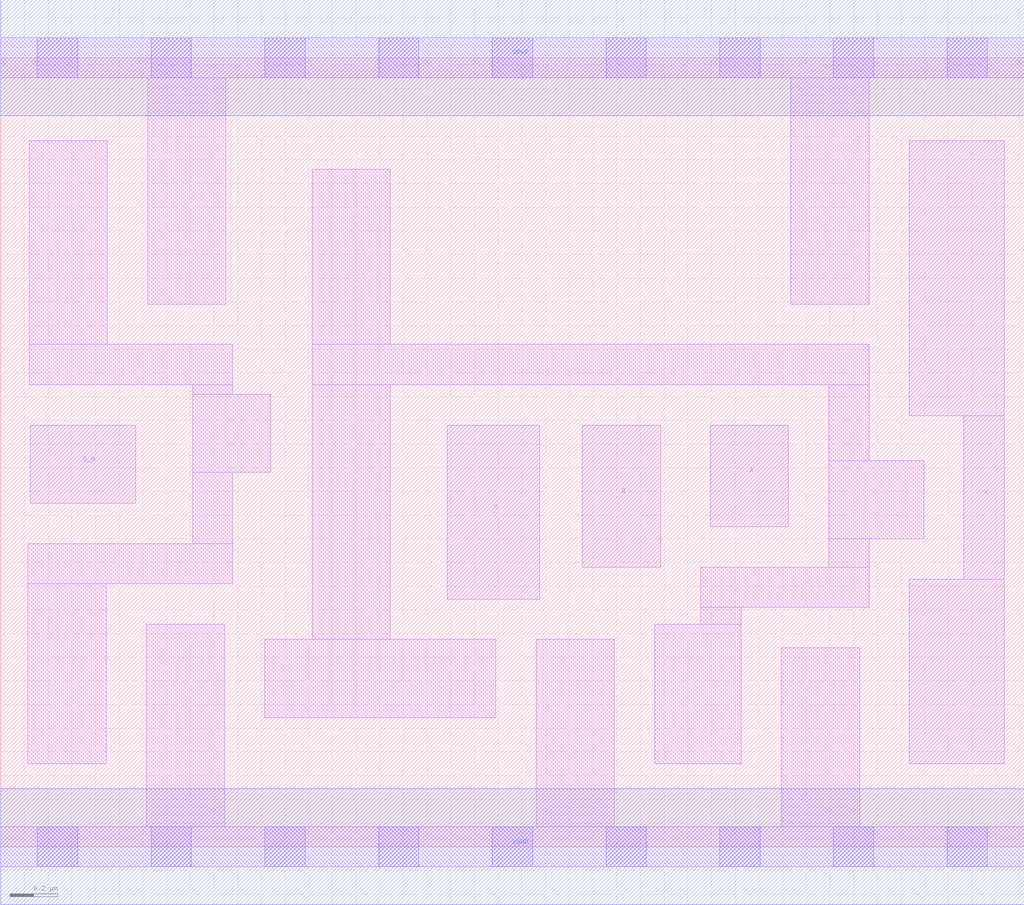
<source format=lef>
# Copyright 2020 The SkyWater PDK Authors
#
# Licensed under the Apache License, Version 2.0 (the "License");
# you may not use this file except in compliance with the License.
# You may obtain a copy of the License at
#
#     https://www.apache.org/licenses/LICENSE-2.0
#
# Unless required by applicable law or agreed to in writing, software
# distributed under the License is distributed on an "AS IS" BASIS,
# WITHOUT WARRANTIES OR CONDITIONS OF ANY KIND, either express or implied.
# See the License for the specific language governing permissions and
# limitations under the License.
#
# SPDX-License-Identifier: Apache-2.0

VERSION 5.7 ;
  NAMESCASESENSITIVE ON ;
  NOWIREEXTENSIONATPIN ON ;
  DIVIDERCHAR "/" ;
  BUSBITCHARS "[]" ;
UNITS
  DATABASE MICRONS 200 ;
END UNITS
MACRO sky130_fd_sc_ms__or4b_1
  CLASS CORE ;
  FOREIGN sky130_fd_sc_ms__or4b_1 ;
  ORIGIN  0.000000  0.000000 ;
  SIZE  4.320000 BY  3.330000 ;
  SYMMETRY X Y ;
  SITE unit ;
  PIN A
    ANTENNAGATEAREA  0.262500 ;
    DIRECTION INPUT ;
    USE SIGNAL ;
    PORT
      LAYER li1 ;
        RECT 2.995000 1.350000 3.325000 1.780000 ;
    END
  END A
  PIN B
    ANTENNAGATEAREA  0.262500 ;
    DIRECTION INPUT ;
    USE SIGNAL ;
    PORT
      LAYER li1 ;
        RECT 2.455000 1.180000 2.785000 1.780000 ;
    END
  END B
  PIN C
    ANTENNAGATEAREA  0.262500 ;
    DIRECTION INPUT ;
    USE SIGNAL ;
    PORT
      LAYER li1 ;
        RECT 1.885000 1.045000 2.275000 1.780000 ;
    END
  END C
  PIN D_N
    ANTENNAGATEAREA  0.233700 ;
    DIRECTION INPUT ;
    USE SIGNAL ;
    PORT
      LAYER li1 ;
        RECT 0.125000 1.450000 0.570000 1.780000 ;
    END
  END D_N
  PIN X
    ANTENNADIFFAREA  0.524500 ;
    DIRECTION OUTPUT ;
    USE SIGNAL ;
    PORT
      LAYER li1 ;
        RECT 3.835000 0.350000 4.235000 1.130000 ;
        RECT 3.835000 1.820000 4.235000 2.980000 ;
        RECT 4.065000 1.130000 4.235000 1.820000 ;
    END
  END X
  PIN VGND
    DIRECTION INOUT ;
    USE GROUND ;
    PORT
      LAYER met1 ;
        RECT 0.000000 -0.245000 4.320000 0.245000 ;
    END
  END VGND
  PIN VPWR
    DIRECTION INOUT ;
    USE POWER ;
    PORT
      LAYER met1 ;
        RECT 0.000000 3.085000 4.320000 3.575000 ;
    END
  END VPWR
  OBS
    LAYER li1 ;
      RECT 0.000000 -0.085000 4.320000 0.085000 ;
      RECT 0.000000  3.245000 4.320000 3.415000 ;
      RECT 0.115000  0.350000 0.445000 1.110000 ;
      RECT 0.115000  1.110000 0.980000 1.280000 ;
      RECT 0.120000  1.950000 0.980000 2.120000 ;
      RECT 0.120000  2.120000 0.450000 2.980000 ;
      RECT 0.615000  0.085000 0.945000 0.940000 ;
      RECT 0.620000  2.290000 0.950000 3.245000 ;
      RECT 0.810000  1.280000 0.980000 1.580000 ;
      RECT 0.810000  1.580000 1.140000 1.910000 ;
      RECT 0.810000  1.910000 0.980000 1.950000 ;
      RECT 1.115000  0.545000 2.090000 0.875000 ;
      RECT 1.315000  0.875000 1.645000 1.950000 ;
      RECT 1.315000  1.950000 3.665000 2.120000 ;
      RECT 1.315000  2.120000 1.645000 2.860000 ;
      RECT 2.260000  0.085000 2.590000 0.875000 ;
      RECT 2.760000  0.350000 3.125000 0.940000 ;
      RECT 2.955000  0.940000 3.125000 1.010000 ;
      RECT 2.955000  1.010000 3.665000 1.180000 ;
      RECT 3.295000  0.085000 3.625000 0.840000 ;
      RECT 3.335000  2.290000 3.665000 3.245000 ;
      RECT 3.495000  1.180000 3.665000 1.300000 ;
      RECT 3.495000  1.300000 3.895000 1.630000 ;
      RECT 3.495000  1.630000 3.665000 1.950000 ;
    LAYER mcon ;
      RECT 0.155000 -0.085000 0.325000 0.085000 ;
      RECT 0.155000  3.245000 0.325000 3.415000 ;
      RECT 0.635000 -0.085000 0.805000 0.085000 ;
      RECT 0.635000  3.245000 0.805000 3.415000 ;
      RECT 1.115000 -0.085000 1.285000 0.085000 ;
      RECT 1.115000  3.245000 1.285000 3.415000 ;
      RECT 1.595000 -0.085000 1.765000 0.085000 ;
      RECT 1.595000  3.245000 1.765000 3.415000 ;
      RECT 2.075000 -0.085000 2.245000 0.085000 ;
      RECT 2.075000  3.245000 2.245000 3.415000 ;
      RECT 2.555000 -0.085000 2.725000 0.085000 ;
      RECT 2.555000  3.245000 2.725000 3.415000 ;
      RECT 3.035000 -0.085000 3.205000 0.085000 ;
      RECT 3.035000  3.245000 3.205000 3.415000 ;
      RECT 3.515000 -0.085000 3.685000 0.085000 ;
      RECT 3.515000  3.245000 3.685000 3.415000 ;
      RECT 3.995000 -0.085000 4.165000 0.085000 ;
      RECT 3.995000  3.245000 4.165000 3.415000 ;
  END
END sky130_fd_sc_ms__or4b_1
END LIBRARY

</source>
